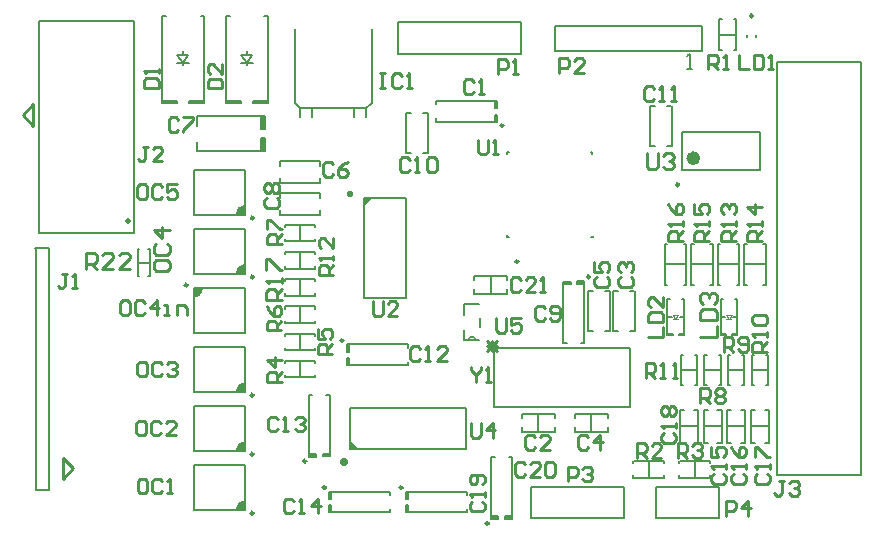
<source format=gto>
G04*
G04 #@! TF.GenerationSoftware,Altium Limited,Altium Designer,21.0.8 (223)*
G04*
G04 Layer_Color=65535*
%FSLAX24Y24*%
%MOIN*%
G70*
G04*
G04 #@! TF.SameCoordinates,FDC07EFC-1B29-4822-A7E3-1CBBEB92D143*
G04*
G04*
G04 #@! TF.FilePolarity,Positive*
G04*
G01*
G75*
%ADD10C,0.0098*%
%ADD11C,0.0060*%
%ADD12C,0.0236*%
%ADD13C,0.0079*%
%ADD14C,0.0197*%
G04:AMPARAMS|DCode=15|XSize=19.7mil|YSize=19.7mil|CornerRadius=4.9mil|HoleSize=0mil|Usage=FLASHONLY|Rotation=0.000|XOffset=0mil|YOffset=0mil|HoleType=Round|Shape=RoundedRectangle|*
%AMROUNDEDRECTD15*
21,1,0.0197,0.0098,0,0,0.0*
21,1,0.0098,0.0197,0,0,0.0*
1,1,0.0098,0.0049,-0.0049*
1,1,0.0098,-0.0049,-0.0049*
1,1,0.0098,-0.0049,0.0049*
1,1,0.0098,0.0049,0.0049*
%
%ADD15ROUNDEDRECTD15*%
%ADD16C,0.0276*%
%ADD17C,0.0100*%
%ADD18C,0.0059*%
%ADD19C,0.0039*%
%ADD20R,0.0059X0.0236*%
%ADD21R,0.0236X0.0059*%
%ADD22R,0.0236X0.0059*%
%ADD23R,0.0236X0.0059*%
%ADD24R,0.0236X0.0059*%
G36*
X6606Y8257D02*
X6456Y8107D01*
X6335D01*
Y8407D01*
X6606D01*
Y8257D01*
D02*
G37*
G36*
X8035Y4939D02*
X7765D01*
Y5089D01*
X7915Y5239D01*
X8035D01*
Y4939D01*
D02*
G37*
G36*
X11839Y3051D02*
X11555Y3051D01*
X11555Y3335D01*
X11839Y3051D01*
D02*
G37*
G36*
X8035Y2970D02*
X7765D01*
Y3120D01*
X7915Y3270D01*
X8035D01*
Y2970D01*
D02*
G37*
G36*
Y1002D02*
X7765D01*
Y1152D01*
X7915Y1302D01*
X8035D01*
Y1002D01*
D02*
G37*
G36*
Y8876D02*
X7765D01*
Y9026D01*
X7915Y9176D01*
X8035D01*
Y8876D01*
D02*
G37*
G36*
Y10844D02*
X7765D01*
Y10994D01*
X7915Y11144D01*
X8035D01*
Y10844D01*
D02*
G37*
G36*
X12028Y11409D02*
X12028Y11126D01*
X12311Y11409D01*
X12028Y11409D01*
D02*
G37*
G36*
X8699Y13394D02*
Y12960D01*
X8581D01*
Y13394D01*
X8699D01*
D02*
G37*
G36*
X8701Y13701D02*
Y14134D01*
X8583D01*
Y13701D01*
X8701D01*
D02*
G37*
D10*
X24970Y17480D02*
G03*
X24970Y17480I-49J0D01*
G01*
X17155Y9291D02*
G03*
X17155Y9291I-49J0D01*
G01*
X16659Y13823D02*
G03*
X16659Y13823I-49J0D01*
G01*
X22510Y11850D02*
G03*
X22510Y11850I-49J0D01*
G01*
X8334Y8776D02*
G03*
X8334Y8776I-49J0D01*
G01*
Y2870D02*
G03*
X8334Y2870I-49J0D01*
G01*
Y902D02*
G03*
X8334Y902I-49J0D01*
G01*
Y10744D02*
G03*
X8334Y10744I-49J0D01*
G01*
X11329Y6654D02*
G03*
X11329Y6654I-49J0D01*
G01*
X6134Y8507D02*
G03*
X6134Y8507I-49J0D01*
G01*
X13297Y1752D02*
G03*
X13297Y1752I-49J0D01*
G01*
X8334Y4839D02*
G03*
X8334Y4839I-49J0D01*
G01*
X16171Y567D02*
G03*
X16171Y567I-49J0D01*
G01*
X10738Y1752D02*
G03*
X10738Y1752I-49J0D01*
G01*
X10089Y2638D02*
G03*
X10089Y2638I-49J0D01*
G01*
X19537Y8780D02*
G03*
X19537Y8780I-49J0D01*
G01*
D11*
X15730Y6664D02*
G03*
X15490Y6664I-120J0D01*
G01*
X12240Y14543D02*
X12280Y14583D01*
X9700D02*
X9740Y14543D01*
X9890Y14393D01*
X12090D02*
X12240Y14543D01*
X12090Y14093D02*
Y14393D01*
X11690Y14093D02*
Y14393D01*
X10290Y14093D02*
Y14393D01*
X9890Y14093D02*
Y14393D01*
X9700Y14583D02*
Y17043D01*
X12280Y14583D02*
Y17043D01*
X9890Y14393D02*
X12090D01*
X15890Y7124D02*
Y7404D01*
X15730Y6664D02*
X15840D01*
X15490D02*
X15730D01*
X15330D02*
X15490D01*
X15330Y7504D02*
Y7864D01*
X15840D01*
X15330Y6664D02*
Y7024D01*
X22785Y15718D02*
X22949D01*
X22867D01*
Y16210D01*
X22785Y16128D01*
D12*
X23110Y12736D02*
G03*
X23110Y12736I-118J0D01*
G01*
D13*
X8035Y9176D02*
G03*
X7765Y8906I0J-270D01*
G01*
X8035Y3270D02*
G03*
X7765Y3000I0J-270D01*
G01*
X8035Y1302D02*
G03*
X7765Y1032I0J-270D01*
G01*
X8035Y11144D02*
G03*
X7765Y10874I0J-270D01*
G01*
X6335Y8107D02*
G03*
X6606Y8378I0J270D01*
G01*
X8035Y5239D02*
G03*
X7765Y4969I0J-270D01*
G01*
X1059Y9738D02*
X1500D01*
X1059D02*
X1067Y9730D01*
Y7719D02*
Y9730D01*
Y3682D02*
Y7719D01*
X1500Y1663D02*
Y9738D01*
X1067Y1663D02*
Y3682D01*
Y1663D02*
X1500D01*
X8581Y12960D02*
X8699D01*
Y13394D01*
X8581D02*
X8699D01*
X8581Y12960D02*
Y13394D01*
X6455Y12960D02*
X8581D01*
X6455D02*
Y13275D01*
X8583Y14134D02*
X8701D01*
Y13701D02*
Y14134D01*
X8583Y13701D02*
X8701D01*
X8583D02*
Y14134D01*
X6457D02*
X8583D01*
X6457Y13819D02*
Y14134D01*
X5984Y16181D02*
Y16299D01*
Y15827D02*
Y15906D01*
X5787Y16181D02*
X6142D01*
X5787D02*
X5984Y15906D01*
X6142Y16181D01*
X5787Y15906D02*
X6181D01*
X6693Y14567D02*
Y17480D01*
X6565D02*
X6693D01*
X6181Y14567D02*
X6693D01*
X5276Y17480D02*
X5404D01*
X6181Y14567D02*
Y14626D01*
X6693D01*
X5276D02*
X5787D01*
Y14567D02*
Y14626D01*
X5276Y14567D02*
Y17480D01*
Y14567D02*
X5787D01*
X7402D02*
X7913D01*
X7402D02*
Y17480D01*
X7913Y14567D02*
Y14626D01*
X7402D02*
X7913D01*
X8307D02*
X8819D01*
X8307Y14567D02*
Y14626D01*
X7402Y17480D02*
X7530D01*
X8307Y14567D02*
X8819D01*
X8691Y17480D02*
X8819D01*
Y14567D02*
Y17480D01*
X7913Y15906D02*
X8307D01*
X8110D02*
X8268Y16181D01*
X7913D02*
X8110Y15906D01*
X7913Y16181D02*
X8268D01*
X8110Y15827D02*
Y15906D01*
Y16181D02*
Y16299D01*
X4331Y10236D02*
Y17323D01*
X1969D02*
X3543D01*
X1181Y10236D02*
X4331D01*
X1181D02*
Y17323D01*
X3543D02*
X4331D01*
X1181D02*
X1969D01*
X24764Y16782D02*
Y16841D01*
X25079Y16782D02*
Y16841D01*
X13138Y16203D02*
Y17262D01*
Y16203D02*
X17256D01*
Y17262D01*
X13138D02*
X17256D01*
X23268Y16309D02*
Y17156D01*
X18386D02*
X23268D01*
X18386Y16309D02*
Y17156D01*
Y16309D02*
X23268D01*
X17575Y730D02*
Y1789D01*
Y730D02*
X20693D01*
Y1789D01*
X17575D02*
X20693D01*
X23854Y730D02*
Y1789D01*
X21736D02*
X23854D01*
X21736Y730D02*
Y1789D01*
Y730D02*
X23854D01*
X19567Y12933D02*
X19626D01*
Y12874D02*
Y12933D01*
X16791Y12939D02*
X16850D01*
X16791Y12880D02*
Y12939D01*
X16785Y10100D02*
Y10159D01*
Y10100D02*
X16844D01*
X19571Y10096D02*
X19630D01*
Y10156D01*
X12028Y11409D02*
X13406D01*
Y8063D02*
Y11409D01*
X12028Y8063D02*
X13406D01*
X12028D02*
Y11409D01*
X15413Y3051D02*
Y4409D01*
X11555Y3051D02*
Y4409D01*
X15413D01*
X11555Y3051D02*
X15413D01*
X16339Y6398D02*
X20866D01*
Y4429D02*
Y6398D01*
X16339Y4429D02*
X20866D01*
X16339D02*
Y6398D01*
X16381Y13951D02*
Y14188D01*
X16459D01*
X14412Y13951D02*
Y14070D01*
X16459Y13951D02*
Y14188D01*
X14412Y13951D02*
X16459D01*
X16374Y14413D02*
Y14650D01*
Y14413D02*
X16453D01*
X14406Y14532D02*
Y14650D01*
X16453Y14413D02*
Y14650D01*
X14406D02*
X16453D01*
X25778Y15945D02*
X28565D01*
X25778Y2165D02*
X28565D01*
Y15945D01*
X25778Y2165D02*
Y15945D01*
X22598Y12343D02*
X25197D01*
X22598Y13602D02*
X25197D01*
X22598Y12343D02*
Y13602D01*
X25197Y12343D02*
Y13602D01*
X8035Y8876D02*
Y10376D01*
X6335Y8876D02*
Y10376D01*
Y8876D02*
X8035D01*
X6335Y10376D02*
X8035D01*
Y2970D02*
Y4470D01*
X6335Y2970D02*
Y4470D01*
Y2970D02*
X8035D01*
X6335Y4470D02*
X8035D01*
Y1002D02*
Y2502D01*
X6335Y1002D02*
Y2502D01*
Y1002D02*
X8035D01*
X6335Y2502D02*
X8035D01*
Y10844D02*
Y12344D01*
X6335Y10844D02*
Y12344D01*
Y10844D02*
X8035D01*
X6335Y12344D02*
X8035D01*
X11509Y6289D02*
Y6525D01*
X11430Y6289D02*
X11509D01*
X13478Y6407D02*
Y6525D01*
X11430Y6289D02*
Y6525D01*
X13478D01*
X11516Y5827D02*
Y6063D01*
X11437D02*
X11516D01*
X13484Y5827D02*
Y5945D01*
X11437Y5827D02*
Y6063D01*
Y5827D02*
X13484D01*
X6335Y6907D02*
Y8407D01*
X8035Y6907D02*
Y8407D01*
X6335D02*
X8035D01*
X6335Y6907D02*
X8035D01*
X13406Y925D02*
X15453D01*
X13406D02*
Y1161D01*
X15453Y925D02*
Y1043D01*
X13406Y1161D02*
X13484D01*
Y925D02*
Y1161D01*
X13399Y1623D02*
X15446D01*
X13399Y1387D02*
Y1623D01*
X15446Y1505D02*
Y1623D01*
X13399Y1387D02*
X13478D01*
Y1623D01*
X8035Y4939D02*
Y6439D01*
X6335Y4939D02*
Y6439D01*
Y4939D02*
X8035D01*
X6335Y6439D02*
X8035D01*
X16949Y724D02*
Y2772D01*
X16713Y724D02*
X16949D01*
X16831Y2772D02*
X16949D01*
X16713Y724D02*
Y803D01*
X16949D01*
X16251Y718D02*
Y2765D01*
Y718D02*
X16487D01*
X16251Y2765D02*
X16369D01*
X16487Y718D02*
Y797D01*
X16251D02*
X16487D01*
X10846Y925D02*
X12894D01*
X10846D02*
Y1161D01*
X12894Y925D02*
Y1043D01*
X10846Y1161D02*
X10925D01*
Y925D02*
Y1161D01*
X10840Y1623D02*
X12887D01*
X10840Y1387D02*
Y1623D01*
X12887Y1505D02*
Y1623D01*
X10840Y1387D02*
X10919D01*
Y1623D01*
X10866Y2795D02*
Y4843D01*
X10630Y2795D02*
X10866D01*
X10748Y4843D02*
X10866D01*
X10630Y2795D02*
Y2874D01*
X10866D01*
X10168Y2789D02*
Y4836D01*
Y2789D02*
X10404D01*
X10168Y4836D02*
X10286D01*
X10404Y2789D02*
Y2867D01*
X10168D02*
X10404D01*
X18661Y6575D02*
Y8622D01*
X18898D01*
X18661Y6575D02*
X18780D01*
X18898Y8543D02*
Y8622D01*
X18661Y8543D02*
X18898D01*
X19360Y6581D02*
Y8629D01*
X19123D02*
X19360D01*
X19241Y6581D02*
X19360D01*
X19123Y8550D02*
Y8629D01*
Y8550D02*
X19360D01*
D14*
X4134Y10630D02*
D03*
D15*
X11555Y11547D02*
D03*
D16*
X11358Y2598D02*
D03*
D17*
X1969Y2047D02*
Y2756D01*
X2323Y2402D01*
X1969Y2047D02*
X2323Y2402D01*
X630Y14173D02*
X984Y14528D01*
X630Y14173D02*
X984Y13819D01*
Y14528D01*
X16430Y6314D02*
X16102Y6642D01*
X16430D02*
X16102Y6314D01*
X16430Y6478D02*
X16102D01*
X16266Y6642D02*
Y6314D01*
X23228Y6785D02*
X23779D01*
Y7152D01*
X23228Y7336D02*
X23779D01*
Y7612D01*
X23688Y7703D01*
X23320D01*
X23228Y7612D01*
Y7336D01*
X23320Y7887D02*
X23228Y7979D01*
Y8163D01*
X23320Y8254D01*
X23412D01*
X23504Y8163D01*
Y8071D01*
Y8163D01*
X23596Y8254D01*
X23688D01*
X23779Y8163D01*
Y7979D01*
X23688Y7887D01*
X2740Y9036D02*
Y9587D01*
X3015D01*
X3107Y9495D01*
Y9311D01*
X3015Y9219D01*
X2740D01*
X2923D02*
X3107Y9036D01*
X3658D02*
X3291D01*
X3658Y9403D01*
Y9495D01*
X3566Y9587D01*
X3383D01*
X3291Y9495D01*
X4209Y9036D02*
X3842D01*
X4209Y9403D01*
Y9495D01*
X4117Y9587D01*
X3934D01*
X3842Y9495D01*
X9291Y8012D02*
X8740D01*
Y8288D01*
X8832Y8379D01*
X9016D01*
X9108Y8288D01*
Y8012D01*
Y8196D02*
X9291Y8379D01*
Y8563D02*
Y8747D01*
Y8655D01*
X8740D01*
X8832Y8563D01*
X8740Y9022D02*
Y9390D01*
X8832D01*
X9199Y9022D01*
X9291D01*
X5000Y9246D02*
Y9062D01*
X5092Y8970D01*
X5459D01*
X5551Y9062D01*
Y9246D01*
X5459Y9337D01*
X5092D01*
X5000Y9246D01*
X5092Y9888D02*
X5000Y9797D01*
Y9613D01*
X5092Y9521D01*
X5459D01*
X5551Y9613D01*
Y9797D01*
X5459Y9888D01*
X5551Y10348D02*
X5000D01*
X5276Y10072D01*
Y10439D01*
X21431Y12913D02*
Y12454D01*
X21522Y12362D01*
X21706D01*
X21798Y12454D01*
Y12913D01*
X21982Y12821D02*
X22073Y12913D01*
X22257D01*
X22349Y12821D01*
Y12730D01*
X22257Y12638D01*
X22165D01*
X22257D01*
X22349Y12546D01*
Y12454D01*
X22257Y12362D01*
X22073D01*
X21982Y12454D01*
X24419Y9976D02*
X23927D01*
Y10222D01*
X24009Y10304D01*
X24173D01*
X24255Y10222D01*
Y9976D01*
Y10140D02*
X24419Y10304D01*
Y10468D02*
Y10632D01*
Y10550D01*
X23927D01*
X24009Y10468D01*
Y10878D02*
X23927Y10960D01*
Y11124D01*
X24009Y11206D01*
X24091D01*
X24173Y11124D01*
Y11042D01*
Y11124D01*
X24255Y11206D01*
X24337D01*
X24419Y11124D01*
Y10960D01*
X24337Y10878D01*
X21486Y6785D02*
X21978D01*
Y7113D01*
X21486Y7277D02*
X21978D01*
Y7523D01*
X21896Y7605D01*
X21568D01*
X21486Y7523D01*
Y7277D01*
X21978Y8097D02*
Y7769D01*
X21650Y8097D01*
X21568D01*
X21486Y8015D01*
Y7851D01*
X21568Y7769D01*
X25285Y9976D02*
X24793D01*
Y10222D01*
X24875Y10304D01*
X25039D01*
X25121Y10222D01*
Y9976D01*
Y10140D02*
X25285Y10304D01*
Y10468D02*
Y10632D01*
Y10550D01*
X24793D01*
X24875Y10468D01*
X25285Y11124D02*
X24793D01*
X25039Y10878D01*
Y11206D01*
X26020Y1978D02*
X25856D01*
X25938D01*
Y1568D01*
X25856Y1486D01*
X25774D01*
X25692Y1568D01*
X26184Y1896D02*
X26266Y1978D01*
X26430D01*
X26512Y1896D01*
Y1814D01*
X26430Y1732D01*
X26348D01*
X26430D01*
X26512Y1650D01*
Y1568D01*
X26430Y1486D01*
X26266D01*
X26184Y1568D01*
X15669Y15282D02*
X15587Y15364D01*
X15423D01*
X15341Y15282D01*
Y14954D01*
X15423Y14872D01*
X15587D01*
X15669Y14954D01*
X15833Y14872D02*
X15997D01*
X15915D01*
Y15364D01*
X15833Y15282D01*
X23514Y9976D02*
X23022D01*
Y10222D01*
X23104Y10304D01*
X23268D01*
X23350Y10222D01*
Y9976D01*
Y10140D02*
X23514Y10304D01*
Y10468D02*
Y10632D01*
Y10550D01*
X23022D01*
X23104Y10468D01*
X23022Y11206D02*
Y10878D01*
X23268D01*
X23186Y11042D01*
Y11124D01*
X23268Y11206D01*
X23432D01*
X23514Y11124D01*
Y10960D01*
X23432Y10878D01*
X22648Y9976D02*
X22156D01*
Y10222D01*
X22238Y10304D01*
X22402D01*
X22484Y10222D01*
Y9976D01*
Y10140D02*
X22648Y10304D01*
Y10468D02*
Y10632D01*
Y10550D01*
X22156D01*
X22238Y10468D01*
X22156Y11206D02*
X22238Y11042D01*
X22402Y10878D01*
X22566D01*
X22648Y10960D01*
Y11124D01*
X22566Y11206D01*
X22484D01*
X22402Y11124D01*
Y10878D01*
X15578Y5758D02*
Y5676D01*
X15742Y5512D01*
X15906Y5676D01*
Y5758D01*
X15742Y5512D02*
Y5266D01*
X16070D02*
X16233D01*
X16151D01*
Y5758D01*
X16070Y5676D01*
X16421Y7411D02*
Y7001D01*
X16503Y6919D01*
X16667D01*
X16749Y7001D01*
Y7411D01*
X17241D02*
X16913D01*
Y7165D01*
X17077Y7247D01*
X17159D01*
X17241Y7165D01*
Y7001D01*
X17159Y6919D01*
X16995D01*
X16913Y7001D01*
X15574Y3907D02*
Y3497D01*
X15656Y3415D01*
X15820D01*
X15902Y3497D01*
Y3907D01*
X16312Y3415D02*
Y3907D01*
X16066Y3661D01*
X16394D01*
X12307Y7963D02*
Y7553D01*
X12389Y7471D01*
X12553D01*
X12635Y7553D01*
Y7963D01*
X13127Y7471D02*
X12799D01*
X13127Y7799D01*
Y7881D01*
X13045Y7963D01*
X12881D01*
X12799Y7881D01*
X15814Y13356D02*
Y12946D01*
X15896Y12864D01*
X16060D01*
X16142Y12946D01*
Y13356D01*
X16306Y12864D02*
X16470D01*
X16388D01*
Y13356D01*
X16306Y13274D01*
X9281Y9866D02*
X8789D01*
Y10112D01*
X8871Y10194D01*
X9035D01*
X9117Y10112D01*
Y9866D01*
Y10030D02*
X9281Y10194D01*
X8789Y10358D02*
Y10686D01*
X8871D01*
X9199Y10358D01*
X9281D01*
X21396Y5423D02*
Y5915D01*
X21642D01*
X21724Y5833D01*
Y5669D01*
X21642Y5587D01*
X21396D01*
X21560D02*
X21724Y5423D01*
X21888D02*
X22052D01*
X21970D01*
Y5915D01*
X21888Y5833D01*
X22298Y5423D02*
X22462D01*
X22380D01*
Y5915D01*
X22298Y5833D01*
X25453Y6285D02*
X24961D01*
Y6531D01*
X25043Y6613D01*
X25207D01*
X25289Y6531D01*
Y6285D01*
Y6449D02*
X25453Y6613D01*
Y6777D02*
Y6941D01*
Y6859D01*
X24961D01*
X25043Y6777D01*
Y7187D02*
X24961Y7269D01*
Y7433D01*
X25043Y7515D01*
X25371D01*
X25453Y7433D01*
Y7269D01*
X25371Y7187D01*
X25043D01*
X23999Y6289D02*
Y6781D01*
X24245D01*
X24327Y6699D01*
Y6535D01*
X24245Y6453D01*
X23999D01*
X24163D02*
X24327Y6289D01*
X24491Y6371D02*
X24573Y6289D01*
X24737D01*
X24819Y6371D01*
Y6699D01*
X24737Y6781D01*
X24573D01*
X24491Y6699D01*
Y6617D01*
X24573Y6535D01*
X24819D01*
X23222Y4567D02*
Y5059D01*
X23468D01*
X23550Y4977D01*
Y4813D01*
X23468Y4731D01*
X23222D01*
X23386D02*
X23550Y4567D01*
X23714Y4977D02*
X23796Y5059D01*
X23960D01*
X24042Y4977D01*
Y4895D01*
X23960Y4813D01*
X24042Y4731D01*
Y4649D01*
X23960Y4567D01*
X23796D01*
X23714Y4649D01*
Y4731D01*
X23796Y4813D01*
X23714Y4895D01*
Y4977D01*
X23796Y4813D02*
X23960D01*
X9262Y6992D02*
X8770D01*
Y7238D01*
X8852Y7320D01*
X9016D01*
X9098Y7238D01*
Y6992D01*
Y7156D02*
X9262Y7320D01*
X8770Y7812D02*
X8852Y7648D01*
X9016Y7484D01*
X9180D01*
X9262Y7566D01*
Y7730D01*
X9180Y7812D01*
X9098D01*
X9016Y7730D01*
Y7484D01*
X10994Y8834D02*
X10502D01*
Y9080D01*
X10584Y9162D01*
X10748D01*
X10830Y9080D01*
Y8834D01*
Y8998D02*
X10994Y9162D01*
Y9326D02*
Y9490D01*
Y9408D01*
X10502D01*
X10584Y9326D01*
X10994Y10064D02*
Y9736D01*
X10666Y10064D01*
X10584D01*
X10502Y9982D01*
Y9818D01*
X10584Y9736D01*
X9281Y5279D02*
X8789D01*
Y5525D01*
X8871Y5607D01*
X9035D01*
X9117Y5525D01*
Y5279D01*
Y5443D02*
X9281Y5607D01*
Y6017D02*
X8789D01*
X9035Y5771D01*
Y6099D01*
X10955Y6224D02*
X10463D01*
Y6470D01*
X10545Y6552D01*
X10709D01*
X10791Y6470D01*
Y6224D01*
Y6388D02*
X10955Y6552D01*
X10463Y7044D02*
Y6716D01*
X10709D01*
X10627Y6880D01*
Y6962D01*
X10709Y7044D01*
X10873D01*
X10955Y6962D01*
Y6798D01*
X10873Y6716D01*
X22464Y2746D02*
Y3238D01*
X22710D01*
X22792Y3156D01*
Y2992D01*
X22710Y2910D01*
X22464D01*
X22628D02*
X22792Y2746D01*
X22956Y3156D02*
X23038Y3238D01*
X23202D01*
X23284Y3156D01*
Y3074D01*
X23202Y2992D01*
X23120D01*
X23202D01*
X23284Y2910D01*
Y2828D01*
X23202Y2746D01*
X23038D01*
X22956Y2828D01*
X21106Y2746D02*
Y3238D01*
X21352D01*
X21434Y3156D01*
Y2992D01*
X21352Y2910D01*
X21106D01*
X21270D02*
X21434Y2746D01*
X21926D02*
X21598D01*
X21926Y3074D01*
Y3156D01*
X21844Y3238D01*
X21680D01*
X21598Y3156D01*
X23491Y15699D02*
Y16191D01*
X23737D01*
X23819Y16109D01*
Y15945D01*
X23737Y15863D01*
X23491D01*
X23655D02*
X23819Y15699D01*
X23983D02*
X24147D01*
X24065D01*
Y16191D01*
X23983Y16109D01*
X24078Y817D02*
Y1309D01*
X24324D01*
X24406Y1227D01*
Y1063D01*
X24324Y981D01*
X24078D01*
X24816Y817D02*
Y1309D01*
X24570Y1063D01*
X24898D01*
X18803Y1959D02*
Y2451D01*
X19049D01*
X19131Y2369D01*
Y2205D01*
X19049Y2123D01*
X18803D01*
X19295Y2369D02*
X19377Y2451D01*
X19541D01*
X19623Y2369D01*
Y2287D01*
X19541Y2205D01*
X19459D01*
X19541D01*
X19623Y2123D01*
Y2041D01*
X19541Y1959D01*
X19377D01*
X19295Y2041D01*
X18527Y15581D02*
Y16073D01*
X18773D01*
X18855Y15991D01*
Y15827D01*
X18773Y15745D01*
X18527D01*
X19347Y15581D02*
X19019D01*
X19347Y15909D01*
Y15991D01*
X19265Y16073D01*
X19101D01*
X19019Y15991D01*
X16483Y15541D02*
Y16033D01*
X16729D01*
X16811Y15951D01*
Y15787D01*
X16729Y15705D01*
X16483D01*
X16975Y15541D02*
X17139D01*
X17057D01*
Y16033D01*
X16975Y15951D01*
X4129Y7992D02*
X3965D01*
X3883Y7910D01*
Y7582D01*
X3965Y7500D01*
X4129D01*
X4211Y7582D01*
Y7910D01*
X4129Y7992D01*
X4703Y7910D02*
X4621Y7992D01*
X4457D01*
X4375Y7910D01*
Y7582D01*
X4457Y7500D01*
X4621D01*
X4703Y7582D01*
X5113Y7500D02*
Y7992D01*
X4867Y7746D01*
X5195D01*
X5359Y7500D02*
X5523D01*
X5441D01*
Y7828D01*
X5359D01*
X5769Y7500D02*
Y7828D01*
X6015D01*
X6097Y7746D01*
Y7500D01*
X4708Y11860D02*
X4544D01*
X4462Y11778D01*
Y11450D01*
X4544Y11368D01*
X4708D01*
X4790Y11450D01*
Y11778D01*
X4708Y11860D01*
X5282Y11778D02*
X5200Y11860D01*
X5036D01*
X4954Y11778D01*
Y11450D01*
X5036Y11368D01*
X5200D01*
X5282Y11450D01*
X5774Y11860D02*
X5446D01*
Y11614D01*
X5610Y11696D01*
X5692D01*
X5774Y11614D01*
Y11450D01*
X5692Y11368D01*
X5528D01*
X5446Y11450D01*
X4708Y5955D02*
X4544D01*
X4462Y5873D01*
Y5545D01*
X4544Y5463D01*
X4708D01*
X4790Y5545D01*
Y5873D01*
X4708Y5955D01*
X5282Y5873D02*
X5200Y5955D01*
X5036D01*
X4954Y5873D01*
Y5545D01*
X5036Y5463D01*
X5200D01*
X5282Y5545D01*
X5446Y5873D02*
X5528Y5955D01*
X5692D01*
X5774Y5873D01*
Y5791D01*
X5692Y5709D01*
X5610D01*
X5692D01*
X5774Y5627D01*
Y5545D01*
X5692Y5463D01*
X5528D01*
X5446Y5545D01*
X4669Y3986D02*
X4505D01*
X4423Y3904D01*
Y3576D01*
X4505Y3494D01*
X4669D01*
X4751Y3576D01*
Y3904D01*
X4669Y3986D01*
X5243Y3904D02*
X5161Y3986D01*
X4997D01*
X4915Y3904D01*
Y3576D01*
X4997Y3494D01*
X5161D01*
X5243Y3576D01*
X5735Y3494D02*
X5407D01*
X5735Y3822D01*
Y3904D01*
X5653Y3986D01*
X5489D01*
X5407Y3904D01*
X4711Y2057D02*
X4547D01*
X4465Y1975D01*
Y1647D01*
X4547Y1565D01*
X4711D01*
X4793Y1647D01*
Y1975D01*
X4711Y2057D01*
X5285Y1975D02*
X5203Y2057D01*
X5039D01*
X4957Y1975D01*
Y1647D01*
X5039Y1565D01*
X5203D01*
X5285Y1647D01*
X5449Y1565D02*
X5613D01*
X5531D01*
Y2057D01*
X5449Y1975D01*
X24505Y16191D02*
Y15699D01*
X24833D01*
X24997Y16191D02*
Y15699D01*
X25243D01*
X25325Y15781D01*
Y16109D01*
X25243Y16191D01*
X24997D01*
X25489Y15699D02*
X25653D01*
X25571D01*
Y16191D01*
X25489Y16109D01*
X4800Y13120D02*
X4636D01*
X4718D01*
Y12710D01*
X4636Y12628D01*
X4554D01*
X4472Y12710D01*
X5292Y12628D02*
X4964D01*
X5292Y12956D01*
Y13038D01*
X5210Y13120D01*
X5046D01*
X4964Y13038D01*
X2126Y8888D02*
X1962D01*
X2044D01*
Y8478D01*
X1962Y8396D01*
X1880D01*
X1798Y8478D01*
X2290Y8396D02*
X2454D01*
X2372D01*
Y8888D01*
X2290Y8806D01*
X12538Y15561D02*
X12702D01*
X12620D01*
Y15069D01*
X12538D01*
X12702D01*
X13276Y15479D02*
X13194Y15561D01*
X13030D01*
X12948Y15479D01*
Y15151D01*
X13030Y15069D01*
X13194D01*
X13276Y15151D01*
X13440Y15069D02*
X13604D01*
X13522D01*
Y15561D01*
X13440Y15479D01*
X6801Y15062D02*
X7293D01*
Y15308D01*
X7211Y15390D01*
X6883D01*
X6801Y15308D01*
Y15062D01*
X7293Y15882D02*
Y15554D01*
X6965Y15882D01*
X6883D01*
X6801Y15800D01*
Y15636D01*
X6883Y15554D01*
X4675Y15066D02*
X5167D01*
Y15312D01*
X5085Y15394D01*
X4757D01*
X4675Y15312D01*
Y15066D01*
X5167Y15558D02*
Y15722D01*
Y15640D01*
X4675D01*
X4757Y15558D01*
X17234Y8678D02*
X17152Y8760D01*
X16988D01*
X16906Y8678D01*
Y8350D01*
X16988Y8268D01*
X17152D01*
X17234Y8350D01*
X17726Y8268D02*
X17398D01*
X17726Y8596D01*
Y8678D01*
X17644Y8760D01*
X17480D01*
X17398Y8678D01*
X17890Y8268D02*
X18054D01*
X17972D01*
Y8760D01*
X17890Y8678D01*
X17389Y2526D02*
X17307Y2608D01*
X17143D01*
X17061Y2526D01*
Y2198D01*
X17143Y2116D01*
X17307D01*
X17389Y2198D01*
X17881Y2116D02*
X17553D01*
X17881Y2444D01*
Y2526D01*
X17799Y2608D01*
X17635D01*
X17553Y2526D01*
X18045D02*
X18127Y2608D01*
X18290D01*
X18372Y2526D01*
Y2198D01*
X18290Y2116D01*
X18127D01*
X18045Y2198D01*
Y2526D01*
X15623Y1288D02*
X15541Y1206D01*
Y1042D01*
X15623Y960D01*
X15951D01*
X16033Y1042D01*
Y1206D01*
X15951Y1288D01*
X16033Y1452D02*
Y1616D01*
Y1534D01*
X15541D01*
X15623Y1452D01*
X15951Y1862D02*
X16033Y1944D01*
Y2108D01*
X15951Y2190D01*
X15623D01*
X15541Y2108D01*
Y1944D01*
X15623Y1862D01*
X15705D01*
X15787Y1944D01*
Y2190D01*
X22001Y3571D02*
X21919Y3489D01*
Y3325D01*
X22001Y3243D01*
X22329D01*
X22411Y3325D01*
Y3489D01*
X22329Y3571D01*
X22411Y3735D02*
Y3899D01*
Y3817D01*
X21919D01*
X22001Y3735D01*
Y4145D02*
X21919Y4227D01*
Y4391D01*
X22001Y4473D01*
X22083D01*
X22165Y4391D01*
X22247Y4473D01*
X22329D01*
X22411Y4391D01*
Y4227D01*
X22329Y4145D01*
X22247D01*
X22165Y4227D01*
X22083Y4145D01*
X22001D01*
X22165Y4227D02*
Y4391D01*
X25121Y2213D02*
X25039Y2131D01*
Y1967D01*
X25121Y1885D01*
X25449D01*
X25531Y1967D01*
Y2131D01*
X25449Y2213D01*
X25531Y2377D02*
Y2541D01*
Y2459D01*
X25039D01*
X25121Y2377D01*
X25039Y2787D02*
Y3115D01*
X25121D01*
X25449Y2787D01*
X25531D01*
X24334Y2213D02*
X24252Y2131D01*
Y1967D01*
X24334Y1885D01*
X24662D01*
X24744Y1967D01*
Y2131D01*
X24662Y2213D01*
X24744Y2377D02*
Y2541D01*
Y2459D01*
X24252D01*
X24334Y2377D01*
X24252Y3115D02*
X24334Y2951D01*
X24498Y2787D01*
X24662D01*
X24744Y2869D01*
Y3033D01*
X24662Y3115D01*
X24580D01*
X24498Y3033D01*
Y2787D01*
X23665Y2213D02*
X23583Y2131D01*
Y1967D01*
X23665Y1885D01*
X23993D01*
X24075Y1967D01*
Y2131D01*
X23993Y2213D01*
X24075Y2377D02*
Y2541D01*
Y2459D01*
X23583D01*
X23665Y2377D01*
X23583Y3115D02*
Y2787D01*
X23829D01*
X23747Y2951D01*
Y3033D01*
X23829Y3115D01*
X23993D01*
X24075Y3033D01*
Y2869D01*
X23993Y2787D01*
X9674Y1306D02*
X9592Y1388D01*
X9428D01*
X9346Y1306D01*
Y978D01*
X9428Y896D01*
X9592D01*
X9674Y978D01*
X9838Y896D02*
X10002D01*
X9920D01*
Y1388D01*
X9838Y1306D01*
X10494Y896D02*
Y1388D01*
X10248Y1142D01*
X10576D01*
X9142Y4042D02*
X9060Y4124D01*
X8896D01*
X8814Y4042D01*
Y3714D01*
X8896Y3632D01*
X9060D01*
X9142Y3714D01*
X9306Y3632D02*
X9470D01*
X9388D01*
Y4124D01*
X9306Y4042D01*
X9716D02*
X9798Y4124D01*
X9962D01*
X10044Y4042D01*
Y3960D01*
X9962Y3878D01*
X9880D01*
X9962D01*
X10044Y3796D01*
Y3714D01*
X9962Y3632D01*
X9798D01*
X9716Y3714D01*
X13886Y6384D02*
X13804Y6466D01*
X13640D01*
X13558Y6384D01*
Y6056D01*
X13640Y5974D01*
X13804D01*
X13886Y6056D01*
X14050Y5974D02*
X14214D01*
X14132D01*
Y6466D01*
X14050Y6384D01*
X14788Y5974D02*
X14460D01*
X14788Y6302D01*
Y6384D01*
X14706Y6466D01*
X14542D01*
X14460Y6384D01*
X21685Y15046D02*
X21603Y15128D01*
X21439D01*
X21357Y15046D01*
Y14718D01*
X21439Y14636D01*
X21603D01*
X21685Y14718D01*
X21849Y14636D02*
X22013D01*
X21931D01*
Y15128D01*
X21849Y15046D01*
X22259Y14636D02*
X22423D01*
X22341D01*
Y15128D01*
X22259Y15046D01*
X13532Y12684D02*
X13450Y12766D01*
X13286D01*
X13204Y12684D01*
Y12356D01*
X13286Y12274D01*
X13450D01*
X13532Y12356D01*
X13696Y12274D02*
X13860D01*
X13778D01*
Y12766D01*
X13696Y12684D01*
X14106D02*
X14188Y12766D01*
X14352D01*
X14434Y12684D01*
Y12356D01*
X14352Y12274D01*
X14188D01*
X14106Y12356D01*
Y12684D01*
X19777Y8776D02*
X19695Y8694D01*
Y8530D01*
X19777Y8448D01*
X20105D01*
X20187Y8530D01*
Y8694D01*
X20105Y8776D01*
X19695Y9268D02*
Y8940D01*
X19941D01*
X19859Y9104D01*
Y9186D01*
X19941Y9268D01*
X20105D01*
X20187Y9186D01*
Y9022D01*
X20105Y8940D01*
X20574Y8776D02*
X20492Y8694D01*
Y8530D01*
X20574Y8448D01*
X20902D01*
X20984Y8530D01*
Y8694D01*
X20902Y8776D01*
X20574Y8940D02*
X20492Y9022D01*
Y9186D01*
X20574Y9268D01*
X20656D01*
X20738Y9186D01*
Y9104D01*
Y9186D01*
X20820Y9268D01*
X20902D01*
X20984Y9186D01*
Y9022D01*
X20902Y8940D01*
X18048Y7733D02*
X17966Y7815D01*
X17802D01*
X17720Y7733D01*
Y7405D01*
X17802Y7323D01*
X17966D01*
X18048Y7405D01*
X18212D02*
X18294Y7323D01*
X18458D01*
X18540Y7405D01*
Y7733D01*
X18458Y7815D01*
X18294D01*
X18212Y7733D01*
Y7651D01*
X18294Y7569D01*
X18540D01*
X19485Y3432D02*
X19403Y3514D01*
X19239D01*
X19157Y3432D01*
Y3104D01*
X19239Y3022D01*
X19403D01*
X19485Y3104D01*
X19895Y3022D02*
Y3514D01*
X19649Y3268D01*
X19977D01*
X17713Y3432D02*
X17631Y3514D01*
X17467D01*
X17385Y3432D01*
Y3104D01*
X17467Y3022D01*
X17631D01*
X17713Y3104D01*
X18205Y3022D02*
X17877D01*
X18205Y3350D01*
Y3432D01*
X18123Y3514D01*
X17959D01*
X17877Y3432D01*
X8773Y11414D02*
X8691Y11332D01*
Y11168D01*
X8773Y11086D01*
X9101D01*
X9183Y11168D01*
Y11332D01*
X9101Y11414D01*
X8773Y11578D02*
X8691Y11660D01*
Y11824D01*
X8773Y11906D01*
X8855D01*
X8937Y11824D01*
X9019Y11906D01*
X9101D01*
X9183Y11824D01*
Y11660D01*
X9101Y11578D01*
X9019D01*
X8937Y11660D01*
X8855Y11578D01*
X8773D01*
X8937Y11660D02*
Y11824D01*
X5824Y14012D02*
X5742Y14094D01*
X5578D01*
X5496Y14012D01*
Y13684D01*
X5578Y13602D01*
X5742D01*
X5824Y13684D01*
X5988Y14094D02*
X6315D01*
Y14012D01*
X5988Y13684D01*
Y13602D01*
X10981Y12526D02*
X10899Y12608D01*
X10735D01*
X10653Y12526D01*
Y12198D01*
X10735Y12116D01*
X10899D01*
X10981Y12198D01*
X11473Y12608D02*
X11309Y12526D01*
X11145Y12362D01*
Y12198D01*
X11227Y12116D01*
X11391D01*
X11473Y12198D01*
Y12280D01*
X11391Y12362D01*
X11145D01*
D18*
X21545Y14468D02*
X21703D01*
X21535Y13130D02*
Y14468D01*
X21545Y13130D02*
X21703D01*
X22096D02*
X22254D01*
X22264D02*
Y14468D01*
X22096D02*
X22254D01*
X16791Y8681D02*
Y8824D01*
X15689D02*
X16791D01*
X15689Y8681D02*
Y8824D01*
Y8224D02*
Y8366D01*
Y8224D02*
X16791D01*
Y8366D01*
X16240Y8248D02*
Y8799D01*
X23553Y9862D02*
X23632D01*
Y8524D02*
Y9862D01*
X23553Y8524D02*
X23632D01*
X22923Y9862D02*
X23002D01*
X22923Y8524D02*
Y9862D01*
Y8524D02*
X23002D01*
X22923Y9193D02*
X23632D01*
X25325Y9862D02*
X25404D01*
Y8524D02*
Y9862D01*
X25325Y8524D02*
X25404D01*
X24695Y9862D02*
X24774D01*
X24695Y8524D02*
Y9862D01*
Y8524D02*
X24774D01*
X24695Y9193D02*
X25404D01*
X22126Y8041D02*
X22202D01*
X22126Y6850D02*
Y8041D01*
Y6891D02*
X22302D01*
X22502D02*
X22677D01*
Y6850D02*
Y8041D01*
X22602D02*
X22677D01*
X22126Y6841D02*
Y6891D01*
Y6841D02*
X22302D01*
Y6891D01*
X22677Y6841D02*
Y6891D01*
X22502Y6841D02*
X22677D01*
X22502D02*
Y6891D01*
X22126Y7441D02*
X22264D01*
X22539D02*
X22677D01*
X23809Y9193D02*
X24518D01*
X23809Y8524D02*
X23888D01*
X23809D02*
Y9862D01*
X23888D01*
X24439Y8524D02*
X24518D01*
Y9862D01*
X24439D02*
X24518D01*
X9382Y8150D02*
Y8225D01*
Y8150D02*
X10382D01*
Y8225D01*
Y8625D02*
Y8701D01*
X9382D02*
X10382D01*
X9382Y8625D02*
Y8701D01*
X9882Y8150D02*
Y8701D01*
X4465Y9702D02*
X4515D01*
X4465Y8802D02*
Y9702D01*
Y8802D02*
X4515D01*
X4815D02*
X4865D01*
Y9702D01*
X4815D02*
X4865D01*
X4465Y9252D02*
X4865D01*
X24311Y7441D02*
X24449D01*
X23898D02*
X24035D01*
X23898Y8041D02*
X23973D01*
X23898Y6850D02*
Y8041D01*
Y6891D02*
X24073D01*
X24273D02*
X24449D01*
Y6850D02*
Y8041D01*
X24373D02*
X24449D01*
X23898Y6841D02*
Y6891D01*
Y6841D02*
X24073D01*
Y6891D01*
X24449Y6841D02*
Y6891D01*
X24273Y6841D02*
X24449D01*
X24273D02*
Y6891D01*
X13425Y12913D02*
X13583D01*
X13415D02*
Y14252D01*
X13425D02*
X13583D01*
X13976D02*
X14134D01*
X14144Y12913D02*
Y14252D01*
X13976Y12913D02*
X14134D01*
X9372Y9961D02*
Y10036D01*
X9382Y9961D02*
X10382D01*
X10392D02*
Y10036D01*
Y10436D02*
Y10512D01*
X9382D02*
X10382D01*
X9372Y10436D02*
Y10512D01*
X9882Y9961D02*
Y10512D01*
X17815Y3642D02*
Y4193D01*
X17264Y4075D02*
Y4217D01*
X18366D01*
Y4075D02*
Y4217D01*
Y3617D02*
Y3760D01*
X17264Y3617D02*
X18366D01*
X17264D02*
Y3760D01*
X20138Y4075D02*
Y4217D01*
X19035D02*
X20138D01*
X19035Y4075D02*
Y4217D01*
Y3617D02*
Y3760D01*
Y3617D02*
X20138D01*
Y3760D01*
X19587Y3642D02*
Y4193D01*
X23356Y3799D02*
X23907D01*
X23332Y3248D02*
X23474D01*
X23332D02*
Y4350D01*
X23474D01*
X23789D02*
X23932D01*
Y3248D02*
Y4350D01*
X23789Y3248D02*
X23932D01*
X24577D02*
X24719D01*
Y4350D01*
X24577D02*
X24719D01*
X24119D02*
X24262D01*
X24119Y3248D02*
Y4350D01*
Y3248D02*
X24262D01*
X24144Y3799D02*
X24695D01*
X24931D02*
X25482D01*
X24907Y3248D02*
X25049D01*
X24907D02*
Y4350D01*
X25049D01*
X25364D02*
X25507D01*
Y3248D02*
Y4350D01*
X25364Y3248D02*
X25507D01*
X23002D02*
X23144D01*
Y4350D01*
X23002D02*
X23144D01*
X22544D02*
X22687D01*
X22544Y3248D02*
Y4350D01*
Y3248D02*
X22687D01*
X22569Y3799D02*
X23120D01*
X9372Y5433D02*
Y5509D01*
X9382Y5433D02*
X10382D01*
X10392D02*
Y5509D01*
Y5909D02*
Y5984D01*
X9382D02*
X10382D01*
X9372Y5909D02*
Y5984D01*
X9882Y5433D02*
Y5984D01*
X23542Y2562D02*
Y2638D01*
X22531D02*
X23531D01*
X22522Y2562D02*
Y2638D01*
Y2087D02*
Y2162D01*
X22531Y2087D02*
X23531D01*
X23542D02*
Y2162D01*
X23031Y2087D02*
Y2638D01*
X9882Y6339D02*
Y6890D01*
X9372Y6814D02*
Y6890D01*
X9382D02*
X10382D01*
X10392Y6814D02*
Y6890D01*
Y6339D02*
Y6414D01*
X9382Y6339D02*
X10382D01*
X9372D02*
Y6414D01*
X24334Y16340D02*
X24409D01*
Y16350D02*
Y17350D01*
X24334Y17360D02*
X24409D01*
X23858D02*
X23934D01*
X23858Y16350D02*
Y17350D01*
Y16340D02*
X23934D01*
X23858Y16850D02*
X24409D01*
X21496Y2087D02*
Y2638D01*
X20986Y2562D02*
Y2638D01*
X20996D02*
X21996D01*
X22006Y2562D02*
Y2638D01*
Y2087D02*
Y2162D01*
X20996Y2087D02*
X21996D01*
X20986D02*
Y2162D01*
X22037Y9193D02*
X22746D01*
X22037Y8524D02*
X22116D01*
X22037D02*
Y9862D01*
X22116D01*
X22667Y8524D02*
X22746D01*
Y9862D01*
X22667D02*
X22746D01*
X9882Y9055D02*
Y9606D01*
X9372Y9531D02*
Y9606D01*
X9382D02*
X10382D01*
X10392Y9531D02*
Y9606D01*
Y9055D02*
Y9131D01*
X9382Y9055D02*
X10382D01*
X9372D02*
Y9131D01*
Y7244D02*
Y7320D01*
X9382Y7244D02*
X10382D01*
X10392D02*
Y7320D01*
Y7720D02*
Y7795D01*
X9382D02*
X10382D01*
X9372Y7720D02*
Y7795D01*
X9882Y7244D02*
Y7795D01*
X23832Y5169D02*
X23907D01*
Y5179D02*
Y6179D01*
X23832Y6189D02*
X23907D01*
X23356D02*
X23432D01*
X23356Y5179D02*
Y6179D01*
Y5169D02*
X23432D01*
X23356Y5679D02*
X23907D01*
X24144D02*
X24695D01*
X24144Y5169D02*
X24219D01*
X24144Y5179D02*
Y6179D01*
Y6189D02*
X24219D01*
X24619D02*
X24695D01*
Y5179D02*
Y6179D01*
X24619Y5169D02*
X24695D01*
X25407D02*
X25482D01*
Y5179D02*
Y6179D01*
X25407Y6189D02*
X25482D01*
X24931D02*
X25007D01*
X24931Y5179D02*
Y6179D01*
Y5169D02*
X25007D01*
X24931Y5679D02*
X25482D01*
X22569D02*
X23120D01*
X22569Y5169D02*
X22644D01*
X22569Y5179D02*
Y6179D01*
Y6189D02*
X22644D01*
X23044D02*
X23120D01*
Y5179D02*
Y6179D01*
X23044Y5169D02*
X23120D01*
X9213Y11929D02*
Y12087D01*
Y11919D02*
X10551D01*
Y11929D02*
Y12087D01*
Y12480D02*
Y12638D01*
X9213Y12648D02*
X10551D01*
X9213Y12480D02*
Y12638D01*
X10551Y10866D02*
Y11024D01*
X9213Y10856D02*
X10551D01*
X9213Y10866D02*
Y11024D01*
Y11417D02*
Y11575D01*
Y11585D02*
X10551D01*
Y11417D02*
Y11575D01*
X20039Y8307D02*
X20197D01*
X20207Y6969D02*
Y8307D01*
X20039Y6969D02*
X20197D01*
X19488D02*
X19646D01*
X19478D02*
Y8307D01*
X19488D02*
X19646D01*
X20315D02*
X20472D01*
X20305Y6969D02*
Y8307D01*
X20315Y6969D02*
X20472D01*
X20866D02*
X21024D01*
X21034D02*
Y8307D01*
X20866D02*
X21024D01*
D19*
X22394Y7382D02*
X22486Y7500D01*
X22402D02*
X22486D01*
X22402Y7382D02*
X22490D01*
X22313D02*
X22402D01*
X22303Y7500D02*
X22402D01*
X22303D02*
X22394Y7382D01*
X24075Y7510D02*
X24173Y7372D01*
X24075Y7510D02*
X24173D01*
X24085Y7372D02*
X24173D01*
X24262D01*
X24173Y7510D02*
X24272D01*
X24173Y7372D02*
X24272Y7510D01*
D20*
X16430Y14070D02*
D03*
X16423Y14531D02*
D03*
X11460Y6407D02*
D03*
X11467Y5945D02*
D03*
X13435Y1043D02*
D03*
X13428Y1505D02*
D03*
X10876Y1043D02*
D03*
X10869Y1505D02*
D03*
D21*
X16831Y754D02*
D03*
D22*
X16369Y747D02*
D03*
D23*
X10748Y2825D02*
D03*
X19241Y8599D02*
D03*
D24*
X10286Y2818D02*
D03*
X18780Y8593D02*
D03*
M02*

</source>
